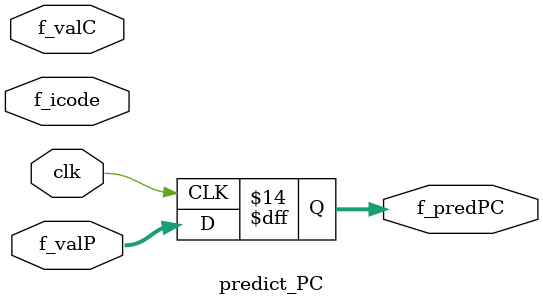
<source format=v>
module select_PC (
    input clk,
    input [3:0] M_icode,
    input M_Cnd,
    input [63:0] M_valA,
    input [3:0] W_icode,
    input [63:0] W_valM,
    input [63:0] F_predPC,

    output reg [63:0] f_pc
);



endmodule

///////////////////////////////////////

module fetch (
    input clk,
    /* input [63:0] f_pc, */
    input [63:0] PC,

    output reg [3:0] f_icode,
    output reg [3:0] f_ifun,
    output reg [3:0] f_rA,
    output reg [3:0] f_rB,
    output reg [63:0] f_valC,
    output reg [63:0] f_valP,
    output reg f_instr_valid,
    output reg f_hlt
);

reg [79:0] instr;
reg [7:0] instru[0:15];
reg imem_error;

initial begin
    $readmemb("instr.txt",instru);
    imem_error=0;
    if(PC>1023)
    begin
        imem_error=1;
    end
    instr={instru[PC + 2], instru[PC + 3], instru[PC + 4], instru[PC + 5], instru[PC + 6], instru[PC + 7], instru[PC + 8], instru[PC + 9], instru[PC + 1], instru[PC + 0]};
    
end



always @(*)
begin
    f_icode=instr[7:4];
    f_ifun=instr[3:0];
    f_valP=0;
    f_hlt = 1;
    f_instr_valid=1;
    case (f_icode)
        0:begin //halt
            f_valP = PC + 1;
            f_hlt = 1;
        end

        1: begin //nop
            f_valP = PC + 1;
        end

        2: begin //cmovXX
            f_valP=PC+2;
            f_rA=instr[15:12];
            f_rB=instr[11:8];
        end

        3: begin //irmovq
            f_valP=PC+10;
            f_rA=instr[15:12];
            f_rB=instr[11:8];
            f_valC=instr[79:16];
        end

        4: begin //rmmovq
            f_valP=PC+10;
            f_rA=instr[15:12];
            f_rB=instr[11:8];
            f_valC=instr[79:16];
        end

        5: begin //mrmovq
            f_valP=PC+10;
            f_rA=instr[15:12];
            f_rB=instr[11:8];
            f_valC=instr[79:16];
        end

        6: begin //OPq
            f_valP=PC+2;
            f_rA=instr[15:12];
            f_rB=instr[11:8];
        end

        7: begin //jXX
            f_valP=PC+9;
            f_valC=instr[71:8];
        end

        8: begin //call
            f_valP=PC+9;
            f_valC=instr[71:8];
        end

        9: begin //ret
            f_valP=PC+1;
        end

        10: begin //pushq
            f_valP=PC+2;
            f_rA=instr[15:12];
            f_rB=instr[11:8];
        end

        11: begin //popq
            f_valP=PC+2;
            f_rA=instr[15:12];
            f_rB=instr[11:8];
        end

        default: begin
            f_instr_valid = 0;
        end
    endcase

    if(f_instr_valid==0)
    begin
        f_valP=PC+1;
    end
end

endmodule



module predict_PC (
    input clk, // is this needed?
    input [3:0] f_icode,
    input [63:0] f_valC,
    input [63:0] f_valP,

    output reg [63:0] f_predPC
);

always @ (posedge clk) // not sure what comes in ()
begin
    if (f_icode == 0111 || f_icode == 1000)
    begin
        f_predPC = f_valC;
    end
    else if (f_icode == 1001)
    begin
        f_predPC = f_valP; // what??
        /* f_predPC = f_valP; // is this correct? */
    end
    else
    begin
        f_predPC = f_valP;
    end
end

endmodule

</source>
